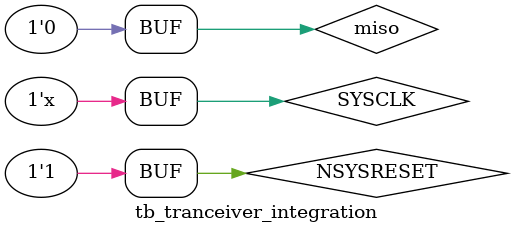
<source format=v>

`timescale 1ns/100ps

module tb_tranceiver_integration;

parameter SYSCLK_PERIOD = 20.8333;// 48.0001MHZ

reg SYSCLK;
reg NSYSRESET;
reg miso;


initial
begin
    SYSCLK = 1'b0;
    NSYSRESET = 1'b0;
    miso = 1'b0;
end

//////////////////////////////////////////////////////////////////////
// Reset Pulse
//////////////////////////////////////////////////////////////////////
initial
begin
    #(SYSCLK_PERIOD * 10 )
        NSYSRESET = 1'b1;
end


initial begin
    #(SYSCLK_PERIOD * 2078.2) miso = 1'b1;
    #(SYSCLK_PERIOD * 204.5) miso = 1'b0;
end
    

//////////////////////////////////////////////////////////////////////
// Clock Driver
//////////////////////////////////////////////////////////////////////
always @(SYSCLK)
    #(SYSCLK_PERIOD / 2.0) SYSCLK <= !SYSCLK;


wire ss,mosi,sclk;


//////////////////////////////////////////////////////////////////////
// Instantiate Unit Under Test:  transceiver_integration
//////////////////////////////////////////////////////////////////////
transceiver_integration transceiver_integration_0 (
    // Inputs
    .CLK_48MHZ(SYSCLK),
    .BUF2_PBRST_T9(NSYSRESET),
    .MISO(miso),

    // Outputs
    .SS(ss ),
    .MOSI( mosi),
    .SCLK( sclk)

    // Inouts

);

endmodule


</source>
